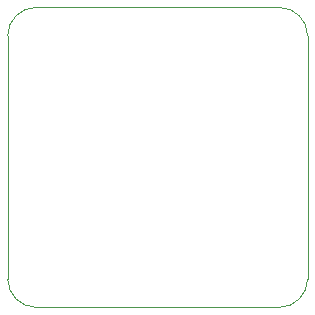
<source format=gm1>
G04 #@! TF.GenerationSoftware,KiCad,Pcbnew,5.0.0*
G04 #@! TF.CreationDate,2018-09-21T14:36:45-04:00*
G04 #@! TF.ProjectId,v1,76312E6B696361645F70636200000000,rev?*
G04 #@! TF.SameCoordinates,Original*
G04 #@! TF.FileFunction,Profile,NP*
%FSLAX46Y46*%
G04 Gerber Fmt 4.6, Leading zero omitted, Abs format (unit mm)*
G04 Created by KiCad (PCBNEW 5.0.0) date Fri Sep 21 14:36:45 2018*
%MOMM*%
%LPD*%
G01*
G04 APERTURE LIST*
%ADD10C,0.025400*%
G04 APERTURE END LIST*
D10*
X182499000Y-138049000D02*
X182499000Y-117475000D01*
X205486000Y-140462000D02*
X184912000Y-140462000D01*
X207899000Y-117475000D02*
X207899000Y-138049000D01*
X184912000Y-115062000D02*
X205486000Y-115062000D01*
X205486000Y-115062000D02*
G75*
G02X207899000Y-117475000I0J-2413000D01*
G01*
X207899000Y-138049000D02*
G75*
G02X205486000Y-140462000I-2413000J0D01*
G01*
X184912000Y-140462000D02*
G75*
G02X182499000Y-138049000I0J2413000D01*
G01*
X182499000Y-117475000D02*
G75*
G02X184912000Y-115062000I2413000J0D01*
G01*
M02*

</source>
